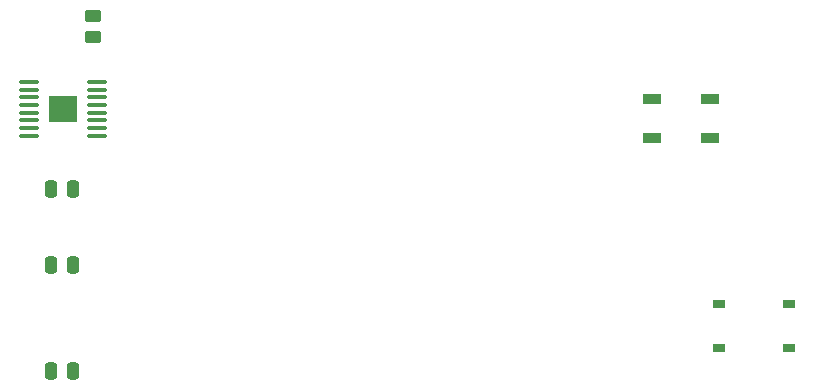
<source format=gbr>
%TF.GenerationSoftware,KiCad,Pcbnew,9.0.7*%
%TF.CreationDate,2026-02-01T17:27:12-08:00*%
%TF.ProjectId,DisplayDevice,44697370-6c61-4794-9465-766963652e6b,rev?*%
%TF.SameCoordinates,Original*%
%TF.FileFunction,Paste,Top*%
%TF.FilePolarity,Positive*%
%FSLAX46Y46*%
G04 Gerber Fmt 4.6, Leading zero omitted, Abs format (unit mm)*
G04 Created by KiCad (PCBNEW 9.0.7) date 2026-02-01 17:27:12*
%MOMM*%
%LPD*%
G01*
G04 APERTURE LIST*
G04 Aperture macros list*
%AMRoundRect*
0 Rectangle with rounded corners*
0 $1 Rounding radius*
0 $2 $3 $4 $5 $6 $7 $8 $9 X,Y pos of 4 corners*
0 Add a 4 corners polygon primitive as box body*
4,1,4,$2,$3,$4,$5,$6,$7,$8,$9,$2,$3,0*
0 Add four circle primitives for the rounded corners*
1,1,$1+$1,$2,$3*
1,1,$1+$1,$4,$5*
1,1,$1+$1,$6,$7*
1,1,$1+$1,$8,$9*
0 Add four rect primitives between the rounded corners*
20,1,$1+$1,$2,$3,$4,$5,0*
20,1,$1+$1,$4,$5,$6,$7,0*
20,1,$1+$1,$6,$7,$8,$9,0*
20,1,$1+$1,$8,$9,$2,$3,0*%
G04 Aperture macros list end*
%ADD10O,1.699999X0.349999*%
%ADD11R,2.460000X2.310000*%
%ADD12RoundRect,0.250000X0.250000X0.475000X-0.250000X0.475000X-0.250000X-0.475000X0.250000X-0.475000X0*%
%ADD13RoundRect,0.090000X0.660000X0.360000X-0.660000X0.360000X-0.660000X-0.360000X0.660000X-0.360000X0*%
%ADD14RoundRect,0.250000X0.450000X-0.262500X0.450000X0.262500X-0.450000X0.262500X-0.450000X-0.262500X0*%
%ADD15R,1.000000X0.750000*%
G04 APERTURE END LIST*
D10*
%TO.C,Uw1*%
X129050002Y-79324998D03*
X129050002Y-79974999D03*
X129050002Y-80624998D03*
X129050002Y-81274999D03*
X129050002Y-81924998D03*
X129050002Y-82574999D03*
X129050002Y-83224998D03*
X129050002Y-83874999D03*
X134750001Y-83874999D03*
X134750001Y-83224998D03*
X134750001Y-82574999D03*
X134750001Y-81924998D03*
X134750001Y-81274999D03*
X134750001Y-80624998D03*
X134750001Y-79974999D03*
X134750001Y-79324998D03*
D11*
X131899999Y-81600000D03*
%TD*%
D12*
%TO.C,C3*%
X132750000Y-88400000D03*
X130850000Y-88400000D03*
%TD*%
D13*
%TO.C,D1*%
X186650000Y-84050000D03*
X186650000Y-80750000D03*
X181750000Y-80750000D03*
X181750000Y-84050000D03*
%TD*%
D14*
%TO.C,R1*%
X134400000Y-75512500D03*
X134400000Y-73687500D03*
%TD*%
D12*
%TO.C,C2*%
X132750000Y-103800000D03*
X130850000Y-103800000D03*
%TD*%
D15*
%TO.C,S1*%
X187400000Y-98125000D03*
X193400000Y-98125000D03*
X187400000Y-101875000D03*
X193400000Y-101875000D03*
%TD*%
D12*
%TO.C,C1*%
X132750000Y-94800000D03*
X130850000Y-94800000D03*
%TD*%
M02*

</source>
